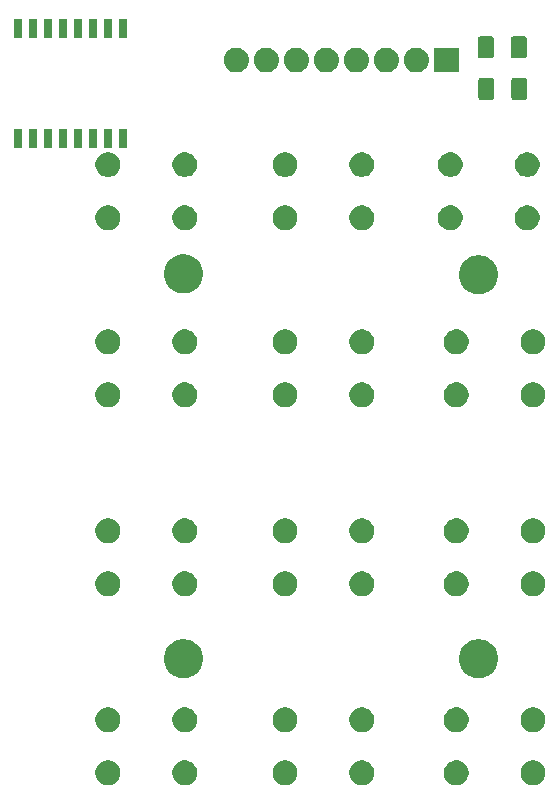
<source format=gbr>
G04 #@! TF.GenerationSoftware,KiCad,Pcbnew,5.0.2+dfsg1-1*
G04 #@! TF.CreationDate,2021-09-16T10:52:53+05:30*
G04 #@! TF.ProjectId,KEYBORD_PCB_V1,4b455942-4f52-4445-9f50-43425f56312e,rev?*
G04 #@! TF.SameCoordinates,Original*
G04 #@! TF.FileFunction,Soldermask,Bot*
G04 #@! TF.FilePolarity,Negative*
%FSLAX46Y46*%
G04 Gerber Fmt 4.6, Leading zero omitted, Abs format (unit mm)*
G04 Created by KiCad (PCBNEW 5.0.2+dfsg1-1) date Thu 16 Sep 2021 10:52:53 AM IST*
%MOMM*%
%LPD*%
G01*
G04 APERTURE LIST*
%ADD10C,0.100000*%
G04 APERTURE END LIST*
D10*
G36*
X113306565Y-99489389D02*
X113497834Y-99568615D01*
X113669976Y-99683637D01*
X113816363Y-99830024D01*
X113931385Y-100002166D01*
X114010611Y-100193435D01*
X114051000Y-100396484D01*
X114051000Y-100603516D01*
X114010611Y-100806565D01*
X113931385Y-100997834D01*
X113816363Y-101169976D01*
X113669976Y-101316363D01*
X113497834Y-101431385D01*
X113306565Y-101510611D01*
X113103516Y-101551000D01*
X112896484Y-101551000D01*
X112693435Y-101510611D01*
X112502166Y-101431385D01*
X112330024Y-101316363D01*
X112183637Y-101169976D01*
X112068615Y-100997834D01*
X111989389Y-100806565D01*
X111949000Y-100603516D01*
X111949000Y-100396484D01*
X111989389Y-100193435D01*
X112068615Y-100002166D01*
X112183637Y-99830024D01*
X112330024Y-99683637D01*
X112502166Y-99568615D01*
X112693435Y-99489389D01*
X112896484Y-99449000D01*
X113103516Y-99449000D01*
X113306565Y-99489389D01*
X113306565Y-99489389D01*
G37*
G36*
X92306565Y-99489389D02*
X92497834Y-99568615D01*
X92669976Y-99683637D01*
X92816363Y-99830024D01*
X92931385Y-100002166D01*
X93010611Y-100193435D01*
X93051000Y-100396484D01*
X93051000Y-100603516D01*
X93010611Y-100806565D01*
X92931385Y-100997834D01*
X92816363Y-101169976D01*
X92669976Y-101316363D01*
X92497834Y-101431385D01*
X92306565Y-101510611D01*
X92103516Y-101551000D01*
X91896484Y-101551000D01*
X91693435Y-101510611D01*
X91502166Y-101431385D01*
X91330024Y-101316363D01*
X91183637Y-101169976D01*
X91068615Y-100997834D01*
X90989389Y-100806565D01*
X90949000Y-100603516D01*
X90949000Y-100396484D01*
X90989389Y-100193435D01*
X91068615Y-100002166D01*
X91183637Y-99830024D01*
X91330024Y-99683637D01*
X91502166Y-99568615D01*
X91693435Y-99489389D01*
X91896484Y-99449000D01*
X92103516Y-99449000D01*
X92306565Y-99489389D01*
X92306565Y-99489389D01*
G37*
G36*
X98806565Y-99489389D02*
X98997834Y-99568615D01*
X99169976Y-99683637D01*
X99316363Y-99830024D01*
X99431385Y-100002166D01*
X99510611Y-100193435D01*
X99551000Y-100396484D01*
X99551000Y-100603516D01*
X99510611Y-100806565D01*
X99431385Y-100997834D01*
X99316363Y-101169976D01*
X99169976Y-101316363D01*
X98997834Y-101431385D01*
X98806565Y-101510611D01*
X98603516Y-101551000D01*
X98396484Y-101551000D01*
X98193435Y-101510611D01*
X98002166Y-101431385D01*
X97830024Y-101316363D01*
X97683637Y-101169976D01*
X97568615Y-100997834D01*
X97489389Y-100806565D01*
X97449000Y-100603516D01*
X97449000Y-100396484D01*
X97489389Y-100193435D01*
X97568615Y-100002166D01*
X97683637Y-99830024D01*
X97830024Y-99683637D01*
X98002166Y-99568615D01*
X98193435Y-99489389D01*
X98396484Y-99449000D01*
X98603516Y-99449000D01*
X98806565Y-99489389D01*
X98806565Y-99489389D01*
G37*
G36*
X83806565Y-99489389D02*
X83997834Y-99568615D01*
X84169976Y-99683637D01*
X84316363Y-99830024D01*
X84431385Y-100002166D01*
X84510611Y-100193435D01*
X84551000Y-100396484D01*
X84551000Y-100603516D01*
X84510611Y-100806565D01*
X84431385Y-100997834D01*
X84316363Y-101169976D01*
X84169976Y-101316363D01*
X83997834Y-101431385D01*
X83806565Y-101510611D01*
X83603516Y-101551000D01*
X83396484Y-101551000D01*
X83193435Y-101510611D01*
X83002166Y-101431385D01*
X82830024Y-101316363D01*
X82683637Y-101169976D01*
X82568615Y-100997834D01*
X82489389Y-100806565D01*
X82449000Y-100603516D01*
X82449000Y-100396484D01*
X82489389Y-100193435D01*
X82568615Y-100002166D01*
X82683637Y-99830024D01*
X82830024Y-99683637D01*
X83002166Y-99568615D01*
X83193435Y-99489389D01*
X83396484Y-99449000D01*
X83603516Y-99449000D01*
X83806565Y-99489389D01*
X83806565Y-99489389D01*
G37*
G36*
X77306565Y-99489389D02*
X77497834Y-99568615D01*
X77669976Y-99683637D01*
X77816363Y-99830024D01*
X77931385Y-100002166D01*
X78010611Y-100193435D01*
X78051000Y-100396484D01*
X78051000Y-100603516D01*
X78010611Y-100806565D01*
X77931385Y-100997834D01*
X77816363Y-101169976D01*
X77669976Y-101316363D01*
X77497834Y-101431385D01*
X77306565Y-101510611D01*
X77103516Y-101551000D01*
X76896484Y-101551000D01*
X76693435Y-101510611D01*
X76502166Y-101431385D01*
X76330024Y-101316363D01*
X76183637Y-101169976D01*
X76068615Y-100997834D01*
X75989389Y-100806565D01*
X75949000Y-100603516D01*
X75949000Y-100396484D01*
X75989389Y-100193435D01*
X76068615Y-100002166D01*
X76183637Y-99830024D01*
X76330024Y-99683637D01*
X76502166Y-99568615D01*
X76693435Y-99489389D01*
X76896484Y-99449000D01*
X77103516Y-99449000D01*
X77306565Y-99489389D01*
X77306565Y-99489389D01*
G37*
G36*
X106806565Y-99489389D02*
X106997834Y-99568615D01*
X107169976Y-99683637D01*
X107316363Y-99830024D01*
X107431385Y-100002166D01*
X107510611Y-100193435D01*
X107551000Y-100396484D01*
X107551000Y-100603516D01*
X107510611Y-100806565D01*
X107431385Y-100997834D01*
X107316363Y-101169976D01*
X107169976Y-101316363D01*
X106997834Y-101431385D01*
X106806565Y-101510611D01*
X106603516Y-101551000D01*
X106396484Y-101551000D01*
X106193435Y-101510611D01*
X106002166Y-101431385D01*
X105830024Y-101316363D01*
X105683637Y-101169976D01*
X105568615Y-100997834D01*
X105489389Y-100806565D01*
X105449000Y-100603516D01*
X105449000Y-100396484D01*
X105489389Y-100193435D01*
X105568615Y-100002166D01*
X105683637Y-99830024D01*
X105830024Y-99683637D01*
X106002166Y-99568615D01*
X106193435Y-99489389D01*
X106396484Y-99449000D01*
X106603516Y-99449000D01*
X106806565Y-99489389D01*
X106806565Y-99489389D01*
G37*
G36*
X77306565Y-94989389D02*
X77497834Y-95068615D01*
X77669976Y-95183637D01*
X77816363Y-95330024D01*
X77931385Y-95502166D01*
X78010611Y-95693435D01*
X78051000Y-95896484D01*
X78051000Y-96103516D01*
X78010611Y-96306565D01*
X77931385Y-96497834D01*
X77816363Y-96669976D01*
X77669976Y-96816363D01*
X77497834Y-96931385D01*
X77306565Y-97010611D01*
X77103516Y-97051000D01*
X76896484Y-97051000D01*
X76693435Y-97010611D01*
X76502166Y-96931385D01*
X76330024Y-96816363D01*
X76183637Y-96669976D01*
X76068615Y-96497834D01*
X75989389Y-96306565D01*
X75949000Y-96103516D01*
X75949000Y-95896484D01*
X75989389Y-95693435D01*
X76068615Y-95502166D01*
X76183637Y-95330024D01*
X76330024Y-95183637D01*
X76502166Y-95068615D01*
X76693435Y-94989389D01*
X76896484Y-94949000D01*
X77103516Y-94949000D01*
X77306565Y-94989389D01*
X77306565Y-94989389D01*
G37*
G36*
X83806565Y-94989389D02*
X83997834Y-95068615D01*
X84169976Y-95183637D01*
X84316363Y-95330024D01*
X84431385Y-95502166D01*
X84510611Y-95693435D01*
X84551000Y-95896484D01*
X84551000Y-96103516D01*
X84510611Y-96306565D01*
X84431385Y-96497834D01*
X84316363Y-96669976D01*
X84169976Y-96816363D01*
X83997834Y-96931385D01*
X83806565Y-97010611D01*
X83603516Y-97051000D01*
X83396484Y-97051000D01*
X83193435Y-97010611D01*
X83002166Y-96931385D01*
X82830024Y-96816363D01*
X82683637Y-96669976D01*
X82568615Y-96497834D01*
X82489389Y-96306565D01*
X82449000Y-96103516D01*
X82449000Y-95896484D01*
X82489389Y-95693435D01*
X82568615Y-95502166D01*
X82683637Y-95330024D01*
X82830024Y-95183637D01*
X83002166Y-95068615D01*
X83193435Y-94989389D01*
X83396484Y-94949000D01*
X83603516Y-94949000D01*
X83806565Y-94989389D01*
X83806565Y-94989389D01*
G37*
G36*
X92306565Y-94989389D02*
X92497834Y-95068615D01*
X92669976Y-95183637D01*
X92816363Y-95330024D01*
X92931385Y-95502166D01*
X93010611Y-95693435D01*
X93051000Y-95896484D01*
X93051000Y-96103516D01*
X93010611Y-96306565D01*
X92931385Y-96497834D01*
X92816363Y-96669976D01*
X92669976Y-96816363D01*
X92497834Y-96931385D01*
X92306565Y-97010611D01*
X92103516Y-97051000D01*
X91896484Y-97051000D01*
X91693435Y-97010611D01*
X91502166Y-96931385D01*
X91330024Y-96816363D01*
X91183637Y-96669976D01*
X91068615Y-96497834D01*
X90989389Y-96306565D01*
X90949000Y-96103516D01*
X90949000Y-95896484D01*
X90989389Y-95693435D01*
X91068615Y-95502166D01*
X91183637Y-95330024D01*
X91330024Y-95183637D01*
X91502166Y-95068615D01*
X91693435Y-94989389D01*
X91896484Y-94949000D01*
X92103516Y-94949000D01*
X92306565Y-94989389D01*
X92306565Y-94989389D01*
G37*
G36*
X113306565Y-94989389D02*
X113497834Y-95068615D01*
X113669976Y-95183637D01*
X113816363Y-95330024D01*
X113931385Y-95502166D01*
X114010611Y-95693435D01*
X114051000Y-95896484D01*
X114051000Y-96103516D01*
X114010611Y-96306565D01*
X113931385Y-96497834D01*
X113816363Y-96669976D01*
X113669976Y-96816363D01*
X113497834Y-96931385D01*
X113306565Y-97010611D01*
X113103516Y-97051000D01*
X112896484Y-97051000D01*
X112693435Y-97010611D01*
X112502166Y-96931385D01*
X112330024Y-96816363D01*
X112183637Y-96669976D01*
X112068615Y-96497834D01*
X111989389Y-96306565D01*
X111949000Y-96103516D01*
X111949000Y-95896484D01*
X111989389Y-95693435D01*
X112068615Y-95502166D01*
X112183637Y-95330024D01*
X112330024Y-95183637D01*
X112502166Y-95068615D01*
X112693435Y-94989389D01*
X112896484Y-94949000D01*
X113103516Y-94949000D01*
X113306565Y-94989389D01*
X113306565Y-94989389D01*
G37*
G36*
X106806565Y-94989389D02*
X106997834Y-95068615D01*
X107169976Y-95183637D01*
X107316363Y-95330024D01*
X107431385Y-95502166D01*
X107510611Y-95693435D01*
X107551000Y-95896484D01*
X107551000Y-96103516D01*
X107510611Y-96306565D01*
X107431385Y-96497834D01*
X107316363Y-96669976D01*
X107169976Y-96816363D01*
X106997834Y-96931385D01*
X106806565Y-97010611D01*
X106603516Y-97051000D01*
X106396484Y-97051000D01*
X106193435Y-97010611D01*
X106002166Y-96931385D01*
X105830024Y-96816363D01*
X105683637Y-96669976D01*
X105568615Y-96497834D01*
X105489389Y-96306565D01*
X105449000Y-96103516D01*
X105449000Y-95896484D01*
X105489389Y-95693435D01*
X105568615Y-95502166D01*
X105683637Y-95330024D01*
X105830024Y-95183637D01*
X106002166Y-95068615D01*
X106193435Y-94989389D01*
X106396484Y-94949000D01*
X106603516Y-94949000D01*
X106806565Y-94989389D01*
X106806565Y-94989389D01*
G37*
G36*
X98806565Y-94989389D02*
X98997834Y-95068615D01*
X99169976Y-95183637D01*
X99316363Y-95330024D01*
X99431385Y-95502166D01*
X99510611Y-95693435D01*
X99551000Y-95896484D01*
X99551000Y-96103516D01*
X99510611Y-96306565D01*
X99431385Y-96497834D01*
X99316363Y-96669976D01*
X99169976Y-96816363D01*
X98997834Y-96931385D01*
X98806565Y-97010611D01*
X98603516Y-97051000D01*
X98396484Y-97051000D01*
X98193435Y-97010611D01*
X98002166Y-96931385D01*
X97830024Y-96816363D01*
X97683637Y-96669976D01*
X97568615Y-96497834D01*
X97489389Y-96306565D01*
X97449000Y-96103516D01*
X97449000Y-95896484D01*
X97489389Y-95693435D01*
X97568615Y-95502166D01*
X97683637Y-95330024D01*
X97830024Y-95183637D01*
X98002166Y-95068615D01*
X98193435Y-94989389D01*
X98396484Y-94949000D01*
X98603516Y-94949000D01*
X98806565Y-94989389D01*
X98806565Y-94989389D01*
G37*
G36*
X83765256Y-89231298D02*
X83871579Y-89252447D01*
X84172042Y-89376903D01*
X84438852Y-89555180D01*
X84442454Y-89557587D01*
X84672413Y-89787546D01*
X84853098Y-90057960D01*
X84977553Y-90358422D01*
X85041000Y-90677389D01*
X85041000Y-91002611D01*
X84977553Y-91321578D01*
X84853098Y-91622040D01*
X84672413Y-91892454D01*
X84442454Y-92122413D01*
X84442451Y-92122415D01*
X84172042Y-92303097D01*
X83871579Y-92427553D01*
X83765256Y-92448702D01*
X83552611Y-92491000D01*
X83227389Y-92491000D01*
X83014744Y-92448702D01*
X82908421Y-92427553D01*
X82607958Y-92303097D01*
X82337549Y-92122415D01*
X82337546Y-92122413D01*
X82107587Y-91892454D01*
X81926902Y-91622040D01*
X81802447Y-91321578D01*
X81739000Y-91002611D01*
X81739000Y-90677389D01*
X81802447Y-90358422D01*
X81926902Y-90057960D01*
X82107587Y-89787546D01*
X82337546Y-89557587D01*
X82341148Y-89555180D01*
X82607958Y-89376903D01*
X82908421Y-89252447D01*
X83014744Y-89231298D01*
X83227389Y-89189000D01*
X83552611Y-89189000D01*
X83765256Y-89231298D01*
X83765256Y-89231298D01*
G37*
G36*
X108755256Y-89231298D02*
X108861579Y-89252447D01*
X109162042Y-89376903D01*
X109428852Y-89555180D01*
X109432454Y-89557587D01*
X109662413Y-89787546D01*
X109843098Y-90057960D01*
X109967553Y-90358422D01*
X110031000Y-90677389D01*
X110031000Y-91002611D01*
X109967553Y-91321578D01*
X109843098Y-91622040D01*
X109662413Y-91892454D01*
X109432454Y-92122413D01*
X109432451Y-92122415D01*
X109162042Y-92303097D01*
X108861579Y-92427553D01*
X108755256Y-92448702D01*
X108542611Y-92491000D01*
X108217389Y-92491000D01*
X108004744Y-92448702D01*
X107898421Y-92427553D01*
X107597958Y-92303097D01*
X107327549Y-92122415D01*
X107327546Y-92122413D01*
X107097587Y-91892454D01*
X106916902Y-91622040D01*
X106792447Y-91321578D01*
X106729000Y-91002611D01*
X106729000Y-90677389D01*
X106792447Y-90358422D01*
X106916902Y-90057960D01*
X107097587Y-89787546D01*
X107327546Y-89557587D01*
X107331148Y-89555180D01*
X107597958Y-89376903D01*
X107898421Y-89252447D01*
X108004744Y-89231298D01*
X108217389Y-89189000D01*
X108542611Y-89189000D01*
X108755256Y-89231298D01*
X108755256Y-89231298D01*
G37*
G36*
X106806565Y-83489389D02*
X106997834Y-83568615D01*
X107169976Y-83683637D01*
X107316363Y-83830024D01*
X107431385Y-84002166D01*
X107510611Y-84193435D01*
X107551000Y-84396484D01*
X107551000Y-84603516D01*
X107510611Y-84806565D01*
X107431385Y-84997834D01*
X107316363Y-85169976D01*
X107169976Y-85316363D01*
X106997834Y-85431385D01*
X106806565Y-85510611D01*
X106603516Y-85551000D01*
X106396484Y-85551000D01*
X106193435Y-85510611D01*
X106002166Y-85431385D01*
X105830024Y-85316363D01*
X105683637Y-85169976D01*
X105568615Y-84997834D01*
X105489389Y-84806565D01*
X105449000Y-84603516D01*
X105449000Y-84396484D01*
X105489389Y-84193435D01*
X105568615Y-84002166D01*
X105683637Y-83830024D01*
X105830024Y-83683637D01*
X106002166Y-83568615D01*
X106193435Y-83489389D01*
X106396484Y-83449000D01*
X106603516Y-83449000D01*
X106806565Y-83489389D01*
X106806565Y-83489389D01*
G37*
G36*
X113306565Y-83489389D02*
X113497834Y-83568615D01*
X113669976Y-83683637D01*
X113816363Y-83830024D01*
X113931385Y-84002166D01*
X114010611Y-84193435D01*
X114051000Y-84396484D01*
X114051000Y-84603516D01*
X114010611Y-84806565D01*
X113931385Y-84997834D01*
X113816363Y-85169976D01*
X113669976Y-85316363D01*
X113497834Y-85431385D01*
X113306565Y-85510611D01*
X113103516Y-85551000D01*
X112896484Y-85551000D01*
X112693435Y-85510611D01*
X112502166Y-85431385D01*
X112330024Y-85316363D01*
X112183637Y-85169976D01*
X112068615Y-84997834D01*
X111989389Y-84806565D01*
X111949000Y-84603516D01*
X111949000Y-84396484D01*
X111989389Y-84193435D01*
X112068615Y-84002166D01*
X112183637Y-83830024D01*
X112330024Y-83683637D01*
X112502166Y-83568615D01*
X112693435Y-83489389D01*
X112896484Y-83449000D01*
X113103516Y-83449000D01*
X113306565Y-83489389D01*
X113306565Y-83489389D01*
G37*
G36*
X98806565Y-83489389D02*
X98997834Y-83568615D01*
X99169976Y-83683637D01*
X99316363Y-83830024D01*
X99431385Y-84002166D01*
X99510611Y-84193435D01*
X99551000Y-84396484D01*
X99551000Y-84603516D01*
X99510611Y-84806565D01*
X99431385Y-84997834D01*
X99316363Y-85169976D01*
X99169976Y-85316363D01*
X98997834Y-85431385D01*
X98806565Y-85510611D01*
X98603516Y-85551000D01*
X98396484Y-85551000D01*
X98193435Y-85510611D01*
X98002166Y-85431385D01*
X97830024Y-85316363D01*
X97683637Y-85169976D01*
X97568615Y-84997834D01*
X97489389Y-84806565D01*
X97449000Y-84603516D01*
X97449000Y-84396484D01*
X97489389Y-84193435D01*
X97568615Y-84002166D01*
X97683637Y-83830024D01*
X97830024Y-83683637D01*
X98002166Y-83568615D01*
X98193435Y-83489389D01*
X98396484Y-83449000D01*
X98603516Y-83449000D01*
X98806565Y-83489389D01*
X98806565Y-83489389D01*
G37*
G36*
X92306565Y-83489389D02*
X92497834Y-83568615D01*
X92669976Y-83683637D01*
X92816363Y-83830024D01*
X92931385Y-84002166D01*
X93010611Y-84193435D01*
X93051000Y-84396484D01*
X93051000Y-84603516D01*
X93010611Y-84806565D01*
X92931385Y-84997834D01*
X92816363Y-85169976D01*
X92669976Y-85316363D01*
X92497834Y-85431385D01*
X92306565Y-85510611D01*
X92103516Y-85551000D01*
X91896484Y-85551000D01*
X91693435Y-85510611D01*
X91502166Y-85431385D01*
X91330024Y-85316363D01*
X91183637Y-85169976D01*
X91068615Y-84997834D01*
X90989389Y-84806565D01*
X90949000Y-84603516D01*
X90949000Y-84396484D01*
X90989389Y-84193435D01*
X91068615Y-84002166D01*
X91183637Y-83830024D01*
X91330024Y-83683637D01*
X91502166Y-83568615D01*
X91693435Y-83489389D01*
X91896484Y-83449000D01*
X92103516Y-83449000D01*
X92306565Y-83489389D01*
X92306565Y-83489389D01*
G37*
G36*
X83806565Y-83489389D02*
X83997834Y-83568615D01*
X84169976Y-83683637D01*
X84316363Y-83830024D01*
X84431385Y-84002166D01*
X84510611Y-84193435D01*
X84551000Y-84396484D01*
X84551000Y-84603516D01*
X84510611Y-84806565D01*
X84431385Y-84997834D01*
X84316363Y-85169976D01*
X84169976Y-85316363D01*
X83997834Y-85431385D01*
X83806565Y-85510611D01*
X83603516Y-85551000D01*
X83396484Y-85551000D01*
X83193435Y-85510611D01*
X83002166Y-85431385D01*
X82830024Y-85316363D01*
X82683637Y-85169976D01*
X82568615Y-84997834D01*
X82489389Y-84806565D01*
X82449000Y-84603516D01*
X82449000Y-84396484D01*
X82489389Y-84193435D01*
X82568615Y-84002166D01*
X82683637Y-83830024D01*
X82830024Y-83683637D01*
X83002166Y-83568615D01*
X83193435Y-83489389D01*
X83396484Y-83449000D01*
X83603516Y-83449000D01*
X83806565Y-83489389D01*
X83806565Y-83489389D01*
G37*
G36*
X77306565Y-83489389D02*
X77497834Y-83568615D01*
X77669976Y-83683637D01*
X77816363Y-83830024D01*
X77931385Y-84002166D01*
X78010611Y-84193435D01*
X78051000Y-84396484D01*
X78051000Y-84603516D01*
X78010611Y-84806565D01*
X77931385Y-84997834D01*
X77816363Y-85169976D01*
X77669976Y-85316363D01*
X77497834Y-85431385D01*
X77306565Y-85510611D01*
X77103516Y-85551000D01*
X76896484Y-85551000D01*
X76693435Y-85510611D01*
X76502166Y-85431385D01*
X76330024Y-85316363D01*
X76183637Y-85169976D01*
X76068615Y-84997834D01*
X75989389Y-84806565D01*
X75949000Y-84603516D01*
X75949000Y-84396484D01*
X75989389Y-84193435D01*
X76068615Y-84002166D01*
X76183637Y-83830024D01*
X76330024Y-83683637D01*
X76502166Y-83568615D01*
X76693435Y-83489389D01*
X76896484Y-83449000D01*
X77103516Y-83449000D01*
X77306565Y-83489389D01*
X77306565Y-83489389D01*
G37*
G36*
X113306565Y-78989389D02*
X113497834Y-79068615D01*
X113669976Y-79183637D01*
X113816363Y-79330024D01*
X113931385Y-79502166D01*
X114010611Y-79693435D01*
X114051000Y-79896484D01*
X114051000Y-80103516D01*
X114010611Y-80306565D01*
X113931385Y-80497834D01*
X113816363Y-80669976D01*
X113669976Y-80816363D01*
X113497834Y-80931385D01*
X113306565Y-81010611D01*
X113103516Y-81051000D01*
X112896484Y-81051000D01*
X112693435Y-81010611D01*
X112502166Y-80931385D01*
X112330024Y-80816363D01*
X112183637Y-80669976D01*
X112068615Y-80497834D01*
X111989389Y-80306565D01*
X111949000Y-80103516D01*
X111949000Y-79896484D01*
X111989389Y-79693435D01*
X112068615Y-79502166D01*
X112183637Y-79330024D01*
X112330024Y-79183637D01*
X112502166Y-79068615D01*
X112693435Y-78989389D01*
X112896484Y-78949000D01*
X113103516Y-78949000D01*
X113306565Y-78989389D01*
X113306565Y-78989389D01*
G37*
G36*
X98806565Y-78989389D02*
X98997834Y-79068615D01*
X99169976Y-79183637D01*
X99316363Y-79330024D01*
X99431385Y-79502166D01*
X99510611Y-79693435D01*
X99551000Y-79896484D01*
X99551000Y-80103516D01*
X99510611Y-80306565D01*
X99431385Y-80497834D01*
X99316363Y-80669976D01*
X99169976Y-80816363D01*
X98997834Y-80931385D01*
X98806565Y-81010611D01*
X98603516Y-81051000D01*
X98396484Y-81051000D01*
X98193435Y-81010611D01*
X98002166Y-80931385D01*
X97830024Y-80816363D01*
X97683637Y-80669976D01*
X97568615Y-80497834D01*
X97489389Y-80306565D01*
X97449000Y-80103516D01*
X97449000Y-79896484D01*
X97489389Y-79693435D01*
X97568615Y-79502166D01*
X97683637Y-79330024D01*
X97830024Y-79183637D01*
X98002166Y-79068615D01*
X98193435Y-78989389D01*
X98396484Y-78949000D01*
X98603516Y-78949000D01*
X98806565Y-78989389D01*
X98806565Y-78989389D01*
G37*
G36*
X92306565Y-78989389D02*
X92497834Y-79068615D01*
X92669976Y-79183637D01*
X92816363Y-79330024D01*
X92931385Y-79502166D01*
X93010611Y-79693435D01*
X93051000Y-79896484D01*
X93051000Y-80103516D01*
X93010611Y-80306565D01*
X92931385Y-80497834D01*
X92816363Y-80669976D01*
X92669976Y-80816363D01*
X92497834Y-80931385D01*
X92306565Y-81010611D01*
X92103516Y-81051000D01*
X91896484Y-81051000D01*
X91693435Y-81010611D01*
X91502166Y-80931385D01*
X91330024Y-80816363D01*
X91183637Y-80669976D01*
X91068615Y-80497834D01*
X90989389Y-80306565D01*
X90949000Y-80103516D01*
X90949000Y-79896484D01*
X90989389Y-79693435D01*
X91068615Y-79502166D01*
X91183637Y-79330024D01*
X91330024Y-79183637D01*
X91502166Y-79068615D01*
X91693435Y-78989389D01*
X91896484Y-78949000D01*
X92103516Y-78949000D01*
X92306565Y-78989389D01*
X92306565Y-78989389D01*
G37*
G36*
X83806565Y-78989389D02*
X83997834Y-79068615D01*
X84169976Y-79183637D01*
X84316363Y-79330024D01*
X84431385Y-79502166D01*
X84510611Y-79693435D01*
X84551000Y-79896484D01*
X84551000Y-80103516D01*
X84510611Y-80306565D01*
X84431385Y-80497834D01*
X84316363Y-80669976D01*
X84169976Y-80816363D01*
X83997834Y-80931385D01*
X83806565Y-81010611D01*
X83603516Y-81051000D01*
X83396484Y-81051000D01*
X83193435Y-81010611D01*
X83002166Y-80931385D01*
X82830024Y-80816363D01*
X82683637Y-80669976D01*
X82568615Y-80497834D01*
X82489389Y-80306565D01*
X82449000Y-80103516D01*
X82449000Y-79896484D01*
X82489389Y-79693435D01*
X82568615Y-79502166D01*
X82683637Y-79330024D01*
X82830024Y-79183637D01*
X83002166Y-79068615D01*
X83193435Y-78989389D01*
X83396484Y-78949000D01*
X83603516Y-78949000D01*
X83806565Y-78989389D01*
X83806565Y-78989389D01*
G37*
G36*
X106806565Y-78989389D02*
X106997834Y-79068615D01*
X107169976Y-79183637D01*
X107316363Y-79330024D01*
X107431385Y-79502166D01*
X107510611Y-79693435D01*
X107551000Y-79896484D01*
X107551000Y-80103516D01*
X107510611Y-80306565D01*
X107431385Y-80497834D01*
X107316363Y-80669976D01*
X107169976Y-80816363D01*
X106997834Y-80931385D01*
X106806565Y-81010611D01*
X106603516Y-81051000D01*
X106396484Y-81051000D01*
X106193435Y-81010611D01*
X106002166Y-80931385D01*
X105830024Y-80816363D01*
X105683637Y-80669976D01*
X105568615Y-80497834D01*
X105489389Y-80306565D01*
X105449000Y-80103516D01*
X105449000Y-79896484D01*
X105489389Y-79693435D01*
X105568615Y-79502166D01*
X105683637Y-79330024D01*
X105830024Y-79183637D01*
X106002166Y-79068615D01*
X106193435Y-78989389D01*
X106396484Y-78949000D01*
X106603516Y-78949000D01*
X106806565Y-78989389D01*
X106806565Y-78989389D01*
G37*
G36*
X77306565Y-78989389D02*
X77497834Y-79068615D01*
X77669976Y-79183637D01*
X77816363Y-79330024D01*
X77931385Y-79502166D01*
X78010611Y-79693435D01*
X78051000Y-79896484D01*
X78051000Y-80103516D01*
X78010611Y-80306565D01*
X77931385Y-80497834D01*
X77816363Y-80669976D01*
X77669976Y-80816363D01*
X77497834Y-80931385D01*
X77306565Y-81010611D01*
X77103516Y-81051000D01*
X76896484Y-81051000D01*
X76693435Y-81010611D01*
X76502166Y-80931385D01*
X76330024Y-80816363D01*
X76183637Y-80669976D01*
X76068615Y-80497834D01*
X75989389Y-80306565D01*
X75949000Y-80103516D01*
X75949000Y-79896484D01*
X75989389Y-79693435D01*
X76068615Y-79502166D01*
X76183637Y-79330024D01*
X76330024Y-79183637D01*
X76502166Y-79068615D01*
X76693435Y-78989389D01*
X76896484Y-78949000D01*
X77103516Y-78949000D01*
X77306565Y-78989389D01*
X77306565Y-78989389D01*
G37*
G36*
X83806565Y-67489389D02*
X83997834Y-67568615D01*
X84169976Y-67683637D01*
X84316363Y-67830024D01*
X84431385Y-68002166D01*
X84510611Y-68193435D01*
X84551000Y-68396484D01*
X84551000Y-68603516D01*
X84510611Y-68806565D01*
X84431385Y-68997834D01*
X84316363Y-69169976D01*
X84169976Y-69316363D01*
X83997834Y-69431385D01*
X83806565Y-69510611D01*
X83603516Y-69551000D01*
X83396484Y-69551000D01*
X83193435Y-69510611D01*
X83002166Y-69431385D01*
X82830024Y-69316363D01*
X82683637Y-69169976D01*
X82568615Y-68997834D01*
X82489389Y-68806565D01*
X82449000Y-68603516D01*
X82449000Y-68396484D01*
X82489389Y-68193435D01*
X82568615Y-68002166D01*
X82683637Y-67830024D01*
X82830024Y-67683637D01*
X83002166Y-67568615D01*
X83193435Y-67489389D01*
X83396484Y-67449000D01*
X83603516Y-67449000D01*
X83806565Y-67489389D01*
X83806565Y-67489389D01*
G37*
G36*
X92306565Y-67489389D02*
X92497834Y-67568615D01*
X92669976Y-67683637D01*
X92816363Y-67830024D01*
X92931385Y-68002166D01*
X93010611Y-68193435D01*
X93051000Y-68396484D01*
X93051000Y-68603516D01*
X93010611Y-68806565D01*
X92931385Y-68997834D01*
X92816363Y-69169976D01*
X92669976Y-69316363D01*
X92497834Y-69431385D01*
X92306565Y-69510611D01*
X92103516Y-69551000D01*
X91896484Y-69551000D01*
X91693435Y-69510611D01*
X91502166Y-69431385D01*
X91330024Y-69316363D01*
X91183637Y-69169976D01*
X91068615Y-68997834D01*
X90989389Y-68806565D01*
X90949000Y-68603516D01*
X90949000Y-68396484D01*
X90989389Y-68193435D01*
X91068615Y-68002166D01*
X91183637Y-67830024D01*
X91330024Y-67683637D01*
X91502166Y-67568615D01*
X91693435Y-67489389D01*
X91896484Y-67449000D01*
X92103516Y-67449000D01*
X92306565Y-67489389D01*
X92306565Y-67489389D01*
G37*
G36*
X98806565Y-67489389D02*
X98997834Y-67568615D01*
X99169976Y-67683637D01*
X99316363Y-67830024D01*
X99431385Y-68002166D01*
X99510611Y-68193435D01*
X99551000Y-68396484D01*
X99551000Y-68603516D01*
X99510611Y-68806565D01*
X99431385Y-68997834D01*
X99316363Y-69169976D01*
X99169976Y-69316363D01*
X98997834Y-69431385D01*
X98806565Y-69510611D01*
X98603516Y-69551000D01*
X98396484Y-69551000D01*
X98193435Y-69510611D01*
X98002166Y-69431385D01*
X97830024Y-69316363D01*
X97683637Y-69169976D01*
X97568615Y-68997834D01*
X97489389Y-68806565D01*
X97449000Y-68603516D01*
X97449000Y-68396484D01*
X97489389Y-68193435D01*
X97568615Y-68002166D01*
X97683637Y-67830024D01*
X97830024Y-67683637D01*
X98002166Y-67568615D01*
X98193435Y-67489389D01*
X98396484Y-67449000D01*
X98603516Y-67449000D01*
X98806565Y-67489389D01*
X98806565Y-67489389D01*
G37*
G36*
X77306565Y-67489389D02*
X77497834Y-67568615D01*
X77669976Y-67683637D01*
X77816363Y-67830024D01*
X77931385Y-68002166D01*
X78010611Y-68193435D01*
X78051000Y-68396484D01*
X78051000Y-68603516D01*
X78010611Y-68806565D01*
X77931385Y-68997834D01*
X77816363Y-69169976D01*
X77669976Y-69316363D01*
X77497834Y-69431385D01*
X77306565Y-69510611D01*
X77103516Y-69551000D01*
X76896484Y-69551000D01*
X76693435Y-69510611D01*
X76502166Y-69431385D01*
X76330024Y-69316363D01*
X76183637Y-69169976D01*
X76068615Y-68997834D01*
X75989389Y-68806565D01*
X75949000Y-68603516D01*
X75949000Y-68396484D01*
X75989389Y-68193435D01*
X76068615Y-68002166D01*
X76183637Y-67830024D01*
X76330024Y-67683637D01*
X76502166Y-67568615D01*
X76693435Y-67489389D01*
X76896484Y-67449000D01*
X77103516Y-67449000D01*
X77306565Y-67489389D01*
X77306565Y-67489389D01*
G37*
G36*
X106806565Y-67489389D02*
X106997834Y-67568615D01*
X107169976Y-67683637D01*
X107316363Y-67830024D01*
X107431385Y-68002166D01*
X107510611Y-68193435D01*
X107551000Y-68396484D01*
X107551000Y-68603516D01*
X107510611Y-68806565D01*
X107431385Y-68997834D01*
X107316363Y-69169976D01*
X107169976Y-69316363D01*
X106997834Y-69431385D01*
X106806565Y-69510611D01*
X106603516Y-69551000D01*
X106396484Y-69551000D01*
X106193435Y-69510611D01*
X106002166Y-69431385D01*
X105830024Y-69316363D01*
X105683637Y-69169976D01*
X105568615Y-68997834D01*
X105489389Y-68806565D01*
X105449000Y-68603516D01*
X105449000Y-68396484D01*
X105489389Y-68193435D01*
X105568615Y-68002166D01*
X105683637Y-67830024D01*
X105830024Y-67683637D01*
X106002166Y-67568615D01*
X106193435Y-67489389D01*
X106396484Y-67449000D01*
X106603516Y-67449000D01*
X106806565Y-67489389D01*
X106806565Y-67489389D01*
G37*
G36*
X113306565Y-67489389D02*
X113497834Y-67568615D01*
X113669976Y-67683637D01*
X113816363Y-67830024D01*
X113931385Y-68002166D01*
X114010611Y-68193435D01*
X114051000Y-68396484D01*
X114051000Y-68603516D01*
X114010611Y-68806565D01*
X113931385Y-68997834D01*
X113816363Y-69169976D01*
X113669976Y-69316363D01*
X113497834Y-69431385D01*
X113306565Y-69510611D01*
X113103516Y-69551000D01*
X112896484Y-69551000D01*
X112693435Y-69510611D01*
X112502166Y-69431385D01*
X112330024Y-69316363D01*
X112183637Y-69169976D01*
X112068615Y-68997834D01*
X111989389Y-68806565D01*
X111949000Y-68603516D01*
X111949000Y-68396484D01*
X111989389Y-68193435D01*
X112068615Y-68002166D01*
X112183637Y-67830024D01*
X112330024Y-67683637D01*
X112502166Y-67568615D01*
X112693435Y-67489389D01*
X112896484Y-67449000D01*
X113103516Y-67449000D01*
X113306565Y-67489389D01*
X113306565Y-67489389D01*
G37*
G36*
X92306565Y-62989389D02*
X92497834Y-63068615D01*
X92669976Y-63183637D01*
X92816363Y-63330024D01*
X92931385Y-63502166D01*
X93010611Y-63693435D01*
X93051000Y-63896484D01*
X93051000Y-64103516D01*
X93010611Y-64306565D01*
X92931385Y-64497834D01*
X92816363Y-64669976D01*
X92669976Y-64816363D01*
X92497834Y-64931385D01*
X92306565Y-65010611D01*
X92103516Y-65051000D01*
X91896484Y-65051000D01*
X91693435Y-65010611D01*
X91502166Y-64931385D01*
X91330024Y-64816363D01*
X91183637Y-64669976D01*
X91068615Y-64497834D01*
X90989389Y-64306565D01*
X90949000Y-64103516D01*
X90949000Y-63896484D01*
X90989389Y-63693435D01*
X91068615Y-63502166D01*
X91183637Y-63330024D01*
X91330024Y-63183637D01*
X91502166Y-63068615D01*
X91693435Y-62989389D01*
X91896484Y-62949000D01*
X92103516Y-62949000D01*
X92306565Y-62989389D01*
X92306565Y-62989389D01*
G37*
G36*
X113306565Y-62989389D02*
X113497834Y-63068615D01*
X113669976Y-63183637D01*
X113816363Y-63330024D01*
X113931385Y-63502166D01*
X114010611Y-63693435D01*
X114051000Y-63896484D01*
X114051000Y-64103516D01*
X114010611Y-64306565D01*
X113931385Y-64497834D01*
X113816363Y-64669976D01*
X113669976Y-64816363D01*
X113497834Y-64931385D01*
X113306565Y-65010611D01*
X113103516Y-65051000D01*
X112896484Y-65051000D01*
X112693435Y-65010611D01*
X112502166Y-64931385D01*
X112330024Y-64816363D01*
X112183637Y-64669976D01*
X112068615Y-64497834D01*
X111989389Y-64306565D01*
X111949000Y-64103516D01*
X111949000Y-63896484D01*
X111989389Y-63693435D01*
X112068615Y-63502166D01*
X112183637Y-63330024D01*
X112330024Y-63183637D01*
X112502166Y-63068615D01*
X112693435Y-62989389D01*
X112896484Y-62949000D01*
X113103516Y-62949000D01*
X113306565Y-62989389D01*
X113306565Y-62989389D01*
G37*
G36*
X106806565Y-62989389D02*
X106997834Y-63068615D01*
X107169976Y-63183637D01*
X107316363Y-63330024D01*
X107431385Y-63502166D01*
X107510611Y-63693435D01*
X107551000Y-63896484D01*
X107551000Y-64103516D01*
X107510611Y-64306565D01*
X107431385Y-64497834D01*
X107316363Y-64669976D01*
X107169976Y-64816363D01*
X106997834Y-64931385D01*
X106806565Y-65010611D01*
X106603516Y-65051000D01*
X106396484Y-65051000D01*
X106193435Y-65010611D01*
X106002166Y-64931385D01*
X105830024Y-64816363D01*
X105683637Y-64669976D01*
X105568615Y-64497834D01*
X105489389Y-64306565D01*
X105449000Y-64103516D01*
X105449000Y-63896484D01*
X105489389Y-63693435D01*
X105568615Y-63502166D01*
X105683637Y-63330024D01*
X105830024Y-63183637D01*
X106002166Y-63068615D01*
X106193435Y-62989389D01*
X106396484Y-62949000D01*
X106603516Y-62949000D01*
X106806565Y-62989389D01*
X106806565Y-62989389D01*
G37*
G36*
X83806565Y-62989389D02*
X83997834Y-63068615D01*
X84169976Y-63183637D01*
X84316363Y-63330024D01*
X84431385Y-63502166D01*
X84510611Y-63693435D01*
X84551000Y-63896484D01*
X84551000Y-64103516D01*
X84510611Y-64306565D01*
X84431385Y-64497834D01*
X84316363Y-64669976D01*
X84169976Y-64816363D01*
X83997834Y-64931385D01*
X83806565Y-65010611D01*
X83603516Y-65051000D01*
X83396484Y-65051000D01*
X83193435Y-65010611D01*
X83002166Y-64931385D01*
X82830024Y-64816363D01*
X82683637Y-64669976D01*
X82568615Y-64497834D01*
X82489389Y-64306565D01*
X82449000Y-64103516D01*
X82449000Y-63896484D01*
X82489389Y-63693435D01*
X82568615Y-63502166D01*
X82683637Y-63330024D01*
X82830024Y-63183637D01*
X83002166Y-63068615D01*
X83193435Y-62989389D01*
X83396484Y-62949000D01*
X83603516Y-62949000D01*
X83806565Y-62989389D01*
X83806565Y-62989389D01*
G37*
G36*
X98806565Y-62989389D02*
X98997834Y-63068615D01*
X99169976Y-63183637D01*
X99316363Y-63330024D01*
X99431385Y-63502166D01*
X99510611Y-63693435D01*
X99551000Y-63896484D01*
X99551000Y-64103516D01*
X99510611Y-64306565D01*
X99431385Y-64497834D01*
X99316363Y-64669976D01*
X99169976Y-64816363D01*
X98997834Y-64931385D01*
X98806565Y-65010611D01*
X98603516Y-65051000D01*
X98396484Y-65051000D01*
X98193435Y-65010611D01*
X98002166Y-64931385D01*
X97830024Y-64816363D01*
X97683637Y-64669976D01*
X97568615Y-64497834D01*
X97489389Y-64306565D01*
X97449000Y-64103516D01*
X97449000Y-63896484D01*
X97489389Y-63693435D01*
X97568615Y-63502166D01*
X97683637Y-63330024D01*
X97830024Y-63183637D01*
X98002166Y-63068615D01*
X98193435Y-62989389D01*
X98396484Y-62949000D01*
X98603516Y-62949000D01*
X98806565Y-62989389D01*
X98806565Y-62989389D01*
G37*
G36*
X77306565Y-62989389D02*
X77497834Y-63068615D01*
X77669976Y-63183637D01*
X77816363Y-63330024D01*
X77931385Y-63502166D01*
X78010611Y-63693435D01*
X78051000Y-63896484D01*
X78051000Y-64103516D01*
X78010611Y-64306565D01*
X77931385Y-64497834D01*
X77816363Y-64669976D01*
X77669976Y-64816363D01*
X77497834Y-64931385D01*
X77306565Y-65010611D01*
X77103516Y-65051000D01*
X76896484Y-65051000D01*
X76693435Y-65010611D01*
X76502166Y-64931385D01*
X76330024Y-64816363D01*
X76183637Y-64669976D01*
X76068615Y-64497834D01*
X75989389Y-64306565D01*
X75949000Y-64103516D01*
X75949000Y-63896484D01*
X75989389Y-63693435D01*
X76068615Y-63502166D01*
X76183637Y-63330024D01*
X76330024Y-63183637D01*
X76502166Y-63068615D01*
X76693435Y-62989389D01*
X76896484Y-62949000D01*
X77103516Y-62949000D01*
X77306565Y-62989389D01*
X77306565Y-62989389D01*
G37*
G36*
X108755256Y-56721298D02*
X108861579Y-56742447D01*
X109162042Y-56866903D01*
X109312723Y-56967585D01*
X109432454Y-57047587D01*
X109662413Y-57277546D01*
X109662415Y-57277549D01*
X109789643Y-57467958D01*
X109843098Y-57547960D01*
X109967553Y-57848422D01*
X110031000Y-58167389D01*
X110031000Y-58492611D01*
X109967553Y-58811578D01*
X109843098Y-59112040D01*
X109662413Y-59382454D01*
X109432454Y-59612413D01*
X109432451Y-59612415D01*
X109162042Y-59793097D01*
X108861579Y-59917553D01*
X108755256Y-59938702D01*
X108542611Y-59981000D01*
X108217389Y-59981000D01*
X108004744Y-59938702D01*
X107898421Y-59917553D01*
X107597958Y-59793097D01*
X107327549Y-59612415D01*
X107327546Y-59612413D01*
X107097587Y-59382454D01*
X106916902Y-59112040D01*
X106792447Y-58811578D01*
X106729000Y-58492611D01*
X106729000Y-58167389D01*
X106792447Y-57848422D01*
X106916902Y-57547960D01*
X106970358Y-57467958D01*
X107097585Y-57277549D01*
X107097587Y-57277546D01*
X107327546Y-57047587D01*
X107447277Y-56967585D01*
X107597958Y-56866903D01*
X107898421Y-56742447D01*
X108004744Y-56721298D01*
X108217389Y-56679000D01*
X108542611Y-56679000D01*
X108755256Y-56721298D01*
X108755256Y-56721298D01*
G37*
G36*
X83765256Y-56641298D02*
X83871579Y-56662447D01*
X84172042Y-56786903D01*
X84291770Y-56866903D01*
X84442454Y-56967587D01*
X84672413Y-57197546D01*
X84672415Y-57197549D01*
X84853097Y-57467958D01*
X84977553Y-57768421D01*
X85041000Y-58087391D01*
X85041000Y-58412609D01*
X84977553Y-58731579D01*
X84853097Y-59032042D01*
X84674820Y-59298852D01*
X84672413Y-59302454D01*
X84442454Y-59532413D01*
X84442451Y-59532415D01*
X84172042Y-59713097D01*
X83871579Y-59837553D01*
X83765256Y-59858702D01*
X83552611Y-59901000D01*
X83227389Y-59901000D01*
X83014744Y-59858702D01*
X82908421Y-59837553D01*
X82607958Y-59713097D01*
X82337549Y-59532415D01*
X82337546Y-59532413D01*
X82107587Y-59302454D01*
X82105180Y-59298852D01*
X81926903Y-59032042D01*
X81802447Y-58731579D01*
X81739000Y-58412609D01*
X81739000Y-58087391D01*
X81802447Y-57768421D01*
X81926903Y-57467958D01*
X82107585Y-57197549D01*
X82107587Y-57197546D01*
X82337546Y-56967587D01*
X82488230Y-56866903D01*
X82607958Y-56786903D01*
X82908421Y-56662447D01*
X83014744Y-56641298D01*
X83227389Y-56599000D01*
X83552611Y-56599000D01*
X83765256Y-56641298D01*
X83765256Y-56641298D01*
G37*
G36*
X92306565Y-52489389D02*
X92497834Y-52568615D01*
X92669976Y-52683637D01*
X92816363Y-52830024D01*
X92931385Y-53002166D01*
X93010611Y-53193435D01*
X93051000Y-53396484D01*
X93051000Y-53603516D01*
X93010611Y-53806565D01*
X92931385Y-53997834D01*
X92816363Y-54169976D01*
X92669976Y-54316363D01*
X92497834Y-54431385D01*
X92306565Y-54510611D01*
X92103516Y-54551000D01*
X91896484Y-54551000D01*
X91693435Y-54510611D01*
X91502166Y-54431385D01*
X91330024Y-54316363D01*
X91183637Y-54169976D01*
X91068615Y-53997834D01*
X90989389Y-53806565D01*
X90949000Y-53603516D01*
X90949000Y-53396484D01*
X90989389Y-53193435D01*
X91068615Y-53002166D01*
X91183637Y-52830024D01*
X91330024Y-52683637D01*
X91502166Y-52568615D01*
X91693435Y-52489389D01*
X91896484Y-52449000D01*
X92103516Y-52449000D01*
X92306565Y-52489389D01*
X92306565Y-52489389D01*
G37*
G36*
X98806565Y-52489389D02*
X98997834Y-52568615D01*
X99169976Y-52683637D01*
X99316363Y-52830024D01*
X99431385Y-53002166D01*
X99510611Y-53193435D01*
X99551000Y-53396484D01*
X99551000Y-53603516D01*
X99510611Y-53806565D01*
X99431385Y-53997834D01*
X99316363Y-54169976D01*
X99169976Y-54316363D01*
X98997834Y-54431385D01*
X98806565Y-54510611D01*
X98603516Y-54551000D01*
X98396484Y-54551000D01*
X98193435Y-54510611D01*
X98002166Y-54431385D01*
X97830024Y-54316363D01*
X97683637Y-54169976D01*
X97568615Y-53997834D01*
X97489389Y-53806565D01*
X97449000Y-53603516D01*
X97449000Y-53396484D01*
X97489389Y-53193435D01*
X97568615Y-53002166D01*
X97683637Y-52830024D01*
X97830024Y-52683637D01*
X98002166Y-52568615D01*
X98193435Y-52489389D01*
X98396484Y-52449000D01*
X98603516Y-52449000D01*
X98806565Y-52489389D01*
X98806565Y-52489389D01*
G37*
G36*
X112806565Y-52489389D02*
X112997834Y-52568615D01*
X113169976Y-52683637D01*
X113316363Y-52830024D01*
X113431385Y-53002166D01*
X113510611Y-53193435D01*
X113551000Y-53396484D01*
X113551000Y-53603516D01*
X113510611Y-53806565D01*
X113431385Y-53997834D01*
X113316363Y-54169976D01*
X113169976Y-54316363D01*
X112997834Y-54431385D01*
X112806565Y-54510611D01*
X112603516Y-54551000D01*
X112396484Y-54551000D01*
X112193435Y-54510611D01*
X112002166Y-54431385D01*
X111830024Y-54316363D01*
X111683637Y-54169976D01*
X111568615Y-53997834D01*
X111489389Y-53806565D01*
X111449000Y-53603516D01*
X111449000Y-53396484D01*
X111489389Y-53193435D01*
X111568615Y-53002166D01*
X111683637Y-52830024D01*
X111830024Y-52683637D01*
X112002166Y-52568615D01*
X112193435Y-52489389D01*
X112396484Y-52449000D01*
X112603516Y-52449000D01*
X112806565Y-52489389D01*
X112806565Y-52489389D01*
G37*
G36*
X83806565Y-52489389D02*
X83997834Y-52568615D01*
X84169976Y-52683637D01*
X84316363Y-52830024D01*
X84431385Y-53002166D01*
X84510611Y-53193435D01*
X84551000Y-53396484D01*
X84551000Y-53603516D01*
X84510611Y-53806565D01*
X84431385Y-53997834D01*
X84316363Y-54169976D01*
X84169976Y-54316363D01*
X83997834Y-54431385D01*
X83806565Y-54510611D01*
X83603516Y-54551000D01*
X83396484Y-54551000D01*
X83193435Y-54510611D01*
X83002166Y-54431385D01*
X82830024Y-54316363D01*
X82683637Y-54169976D01*
X82568615Y-53997834D01*
X82489389Y-53806565D01*
X82449000Y-53603516D01*
X82449000Y-53396484D01*
X82489389Y-53193435D01*
X82568615Y-53002166D01*
X82683637Y-52830024D01*
X82830024Y-52683637D01*
X83002166Y-52568615D01*
X83193435Y-52489389D01*
X83396484Y-52449000D01*
X83603516Y-52449000D01*
X83806565Y-52489389D01*
X83806565Y-52489389D01*
G37*
G36*
X106306565Y-52489389D02*
X106497834Y-52568615D01*
X106669976Y-52683637D01*
X106816363Y-52830024D01*
X106931385Y-53002166D01*
X107010611Y-53193435D01*
X107051000Y-53396484D01*
X107051000Y-53603516D01*
X107010611Y-53806565D01*
X106931385Y-53997834D01*
X106816363Y-54169976D01*
X106669976Y-54316363D01*
X106497834Y-54431385D01*
X106306565Y-54510611D01*
X106103516Y-54551000D01*
X105896484Y-54551000D01*
X105693435Y-54510611D01*
X105502166Y-54431385D01*
X105330024Y-54316363D01*
X105183637Y-54169976D01*
X105068615Y-53997834D01*
X104989389Y-53806565D01*
X104949000Y-53603516D01*
X104949000Y-53396484D01*
X104989389Y-53193435D01*
X105068615Y-53002166D01*
X105183637Y-52830024D01*
X105330024Y-52683637D01*
X105502166Y-52568615D01*
X105693435Y-52489389D01*
X105896484Y-52449000D01*
X106103516Y-52449000D01*
X106306565Y-52489389D01*
X106306565Y-52489389D01*
G37*
G36*
X77306565Y-52489389D02*
X77497834Y-52568615D01*
X77669976Y-52683637D01*
X77816363Y-52830024D01*
X77931385Y-53002166D01*
X78010611Y-53193435D01*
X78051000Y-53396484D01*
X78051000Y-53603516D01*
X78010611Y-53806565D01*
X77931385Y-53997834D01*
X77816363Y-54169976D01*
X77669976Y-54316363D01*
X77497834Y-54431385D01*
X77306565Y-54510611D01*
X77103516Y-54551000D01*
X76896484Y-54551000D01*
X76693435Y-54510611D01*
X76502166Y-54431385D01*
X76330024Y-54316363D01*
X76183637Y-54169976D01*
X76068615Y-53997834D01*
X75989389Y-53806565D01*
X75949000Y-53603516D01*
X75949000Y-53396484D01*
X75989389Y-53193435D01*
X76068615Y-53002166D01*
X76183637Y-52830024D01*
X76330024Y-52683637D01*
X76502166Y-52568615D01*
X76693435Y-52489389D01*
X76896484Y-52449000D01*
X77103516Y-52449000D01*
X77306565Y-52489389D01*
X77306565Y-52489389D01*
G37*
G36*
X106306565Y-47989389D02*
X106497834Y-48068615D01*
X106669976Y-48183637D01*
X106816363Y-48330024D01*
X106931385Y-48502166D01*
X107010611Y-48693435D01*
X107051000Y-48896484D01*
X107051000Y-49103516D01*
X107010611Y-49306565D01*
X106931385Y-49497834D01*
X106816363Y-49669976D01*
X106669976Y-49816363D01*
X106497834Y-49931385D01*
X106306565Y-50010611D01*
X106103516Y-50051000D01*
X105896484Y-50051000D01*
X105693435Y-50010611D01*
X105502166Y-49931385D01*
X105330024Y-49816363D01*
X105183637Y-49669976D01*
X105068615Y-49497834D01*
X104989389Y-49306565D01*
X104949000Y-49103516D01*
X104949000Y-48896484D01*
X104989389Y-48693435D01*
X105068615Y-48502166D01*
X105183637Y-48330024D01*
X105330024Y-48183637D01*
X105502166Y-48068615D01*
X105693435Y-47989389D01*
X105896484Y-47949000D01*
X106103516Y-47949000D01*
X106306565Y-47989389D01*
X106306565Y-47989389D01*
G37*
G36*
X112806565Y-47989389D02*
X112997834Y-48068615D01*
X113169976Y-48183637D01*
X113316363Y-48330024D01*
X113431385Y-48502166D01*
X113510611Y-48693435D01*
X113551000Y-48896484D01*
X113551000Y-49103516D01*
X113510611Y-49306565D01*
X113431385Y-49497834D01*
X113316363Y-49669976D01*
X113169976Y-49816363D01*
X112997834Y-49931385D01*
X112806565Y-50010611D01*
X112603516Y-50051000D01*
X112396484Y-50051000D01*
X112193435Y-50010611D01*
X112002166Y-49931385D01*
X111830024Y-49816363D01*
X111683637Y-49669976D01*
X111568615Y-49497834D01*
X111489389Y-49306565D01*
X111449000Y-49103516D01*
X111449000Y-48896484D01*
X111489389Y-48693435D01*
X111568615Y-48502166D01*
X111683637Y-48330024D01*
X111830024Y-48183637D01*
X112002166Y-48068615D01*
X112193435Y-47989389D01*
X112396484Y-47949000D01*
X112603516Y-47949000D01*
X112806565Y-47989389D01*
X112806565Y-47989389D01*
G37*
G36*
X92306565Y-47989389D02*
X92497834Y-48068615D01*
X92669976Y-48183637D01*
X92816363Y-48330024D01*
X92931385Y-48502166D01*
X93010611Y-48693435D01*
X93051000Y-48896484D01*
X93051000Y-49103516D01*
X93010611Y-49306565D01*
X92931385Y-49497834D01*
X92816363Y-49669976D01*
X92669976Y-49816363D01*
X92497834Y-49931385D01*
X92306565Y-50010611D01*
X92103516Y-50051000D01*
X91896484Y-50051000D01*
X91693435Y-50010611D01*
X91502166Y-49931385D01*
X91330024Y-49816363D01*
X91183637Y-49669976D01*
X91068615Y-49497834D01*
X90989389Y-49306565D01*
X90949000Y-49103516D01*
X90949000Y-48896484D01*
X90989389Y-48693435D01*
X91068615Y-48502166D01*
X91183637Y-48330024D01*
X91330024Y-48183637D01*
X91502166Y-48068615D01*
X91693435Y-47989389D01*
X91896484Y-47949000D01*
X92103516Y-47949000D01*
X92306565Y-47989389D01*
X92306565Y-47989389D01*
G37*
G36*
X98806565Y-47989389D02*
X98997834Y-48068615D01*
X99169976Y-48183637D01*
X99316363Y-48330024D01*
X99431385Y-48502166D01*
X99510611Y-48693435D01*
X99551000Y-48896484D01*
X99551000Y-49103516D01*
X99510611Y-49306565D01*
X99431385Y-49497834D01*
X99316363Y-49669976D01*
X99169976Y-49816363D01*
X98997834Y-49931385D01*
X98806565Y-50010611D01*
X98603516Y-50051000D01*
X98396484Y-50051000D01*
X98193435Y-50010611D01*
X98002166Y-49931385D01*
X97830024Y-49816363D01*
X97683637Y-49669976D01*
X97568615Y-49497834D01*
X97489389Y-49306565D01*
X97449000Y-49103516D01*
X97449000Y-48896484D01*
X97489389Y-48693435D01*
X97568615Y-48502166D01*
X97683637Y-48330024D01*
X97830024Y-48183637D01*
X98002166Y-48068615D01*
X98193435Y-47989389D01*
X98396484Y-47949000D01*
X98603516Y-47949000D01*
X98806565Y-47989389D01*
X98806565Y-47989389D01*
G37*
G36*
X83806565Y-47989389D02*
X83997834Y-48068615D01*
X84169976Y-48183637D01*
X84316363Y-48330024D01*
X84431385Y-48502166D01*
X84510611Y-48693435D01*
X84551000Y-48896484D01*
X84551000Y-49103516D01*
X84510611Y-49306565D01*
X84431385Y-49497834D01*
X84316363Y-49669976D01*
X84169976Y-49816363D01*
X83997834Y-49931385D01*
X83806565Y-50010611D01*
X83603516Y-50051000D01*
X83396484Y-50051000D01*
X83193435Y-50010611D01*
X83002166Y-49931385D01*
X82830024Y-49816363D01*
X82683637Y-49669976D01*
X82568615Y-49497834D01*
X82489389Y-49306565D01*
X82449000Y-49103516D01*
X82449000Y-48896484D01*
X82489389Y-48693435D01*
X82568615Y-48502166D01*
X82683637Y-48330024D01*
X82830024Y-48183637D01*
X83002166Y-48068615D01*
X83193435Y-47989389D01*
X83396484Y-47949000D01*
X83603516Y-47949000D01*
X83806565Y-47989389D01*
X83806565Y-47989389D01*
G37*
G36*
X77306565Y-47989389D02*
X77497834Y-48068615D01*
X77669976Y-48183637D01*
X77816363Y-48330024D01*
X77931385Y-48502166D01*
X78010611Y-48693435D01*
X78051000Y-48896484D01*
X78051000Y-49103516D01*
X78010611Y-49306565D01*
X77931385Y-49497834D01*
X77816363Y-49669976D01*
X77669976Y-49816363D01*
X77497834Y-49931385D01*
X77306565Y-50010611D01*
X77103516Y-50051000D01*
X76896484Y-50051000D01*
X76693435Y-50010611D01*
X76502166Y-49931385D01*
X76330024Y-49816363D01*
X76183637Y-49669976D01*
X76068615Y-49497834D01*
X75989389Y-49306565D01*
X75949000Y-49103516D01*
X75949000Y-48896484D01*
X75989389Y-48693435D01*
X76068615Y-48502166D01*
X76183637Y-48330024D01*
X76330024Y-48183637D01*
X76502166Y-48068615D01*
X76693435Y-47989389D01*
X76896484Y-47949000D01*
X77103516Y-47949000D01*
X77306565Y-47989389D01*
X77306565Y-47989389D01*
G37*
G36*
X73556000Y-47591000D02*
X72854000Y-47591000D01*
X72854000Y-45989000D01*
X73556000Y-45989000D01*
X73556000Y-47591000D01*
X73556000Y-47591000D01*
G37*
G36*
X78636000Y-47591000D02*
X77934000Y-47591000D01*
X77934000Y-45989000D01*
X78636000Y-45989000D01*
X78636000Y-47591000D01*
X78636000Y-47591000D01*
G37*
G36*
X77366000Y-47591000D02*
X76664000Y-47591000D01*
X76664000Y-45989000D01*
X77366000Y-45989000D01*
X77366000Y-47591000D01*
X77366000Y-47591000D01*
G37*
G36*
X76096000Y-47591000D02*
X75394000Y-47591000D01*
X75394000Y-45989000D01*
X76096000Y-45989000D01*
X76096000Y-47591000D01*
X76096000Y-47591000D01*
G37*
G36*
X74826000Y-47591000D02*
X74124000Y-47591000D01*
X74124000Y-45989000D01*
X74826000Y-45989000D01*
X74826000Y-47591000D01*
X74826000Y-47591000D01*
G37*
G36*
X72286000Y-47591000D02*
X71584000Y-47591000D01*
X71584000Y-45989000D01*
X72286000Y-45989000D01*
X72286000Y-47591000D01*
X72286000Y-47591000D01*
G37*
G36*
X71016000Y-47591000D02*
X70314000Y-47591000D01*
X70314000Y-45989000D01*
X71016000Y-45989000D01*
X71016000Y-47591000D01*
X71016000Y-47591000D01*
G37*
G36*
X69746000Y-47591000D02*
X69044000Y-47591000D01*
X69044000Y-45989000D01*
X69746000Y-45989000D01*
X69746000Y-47591000D01*
X69746000Y-47591000D01*
G37*
G36*
X112358604Y-41668347D02*
X112395145Y-41679432D01*
X112428820Y-41697431D01*
X112458341Y-41721659D01*
X112482569Y-41751180D01*
X112500568Y-41784855D01*
X112511653Y-41821396D01*
X112516000Y-41865538D01*
X112516000Y-43314462D01*
X112511653Y-43358604D01*
X112500568Y-43395145D01*
X112482569Y-43428820D01*
X112458341Y-43458341D01*
X112428820Y-43482569D01*
X112395145Y-43500568D01*
X112358604Y-43511653D01*
X112314462Y-43516000D01*
X111365538Y-43516000D01*
X111321396Y-43511653D01*
X111284855Y-43500568D01*
X111251180Y-43482569D01*
X111221659Y-43458341D01*
X111197431Y-43428820D01*
X111179432Y-43395145D01*
X111168347Y-43358604D01*
X111164000Y-43314462D01*
X111164000Y-41865538D01*
X111168347Y-41821396D01*
X111179432Y-41784855D01*
X111197431Y-41751180D01*
X111221659Y-41721659D01*
X111251180Y-41697431D01*
X111284855Y-41679432D01*
X111321396Y-41668347D01*
X111365538Y-41664000D01*
X112314462Y-41664000D01*
X112358604Y-41668347D01*
X112358604Y-41668347D01*
G37*
G36*
X109558604Y-41668347D02*
X109595145Y-41679432D01*
X109628820Y-41697431D01*
X109658341Y-41721659D01*
X109682569Y-41751180D01*
X109700568Y-41784855D01*
X109711653Y-41821396D01*
X109716000Y-41865538D01*
X109716000Y-43314462D01*
X109711653Y-43358604D01*
X109700568Y-43395145D01*
X109682569Y-43428820D01*
X109658341Y-43458341D01*
X109628820Y-43482569D01*
X109595145Y-43500568D01*
X109558604Y-43511653D01*
X109514462Y-43516000D01*
X108565538Y-43516000D01*
X108521396Y-43511653D01*
X108484855Y-43500568D01*
X108451180Y-43482569D01*
X108421659Y-43458341D01*
X108397431Y-43428820D01*
X108379432Y-43395145D01*
X108368347Y-43358604D01*
X108364000Y-43314462D01*
X108364000Y-41865538D01*
X108368347Y-41821396D01*
X108379432Y-41784855D01*
X108397431Y-41751180D01*
X108421659Y-41721659D01*
X108451180Y-41697431D01*
X108484855Y-41679432D01*
X108521396Y-41668347D01*
X108565538Y-41664000D01*
X109514462Y-41664000D01*
X109558604Y-41668347D01*
X109558604Y-41668347D01*
G37*
G36*
X106701000Y-41201000D02*
X104599000Y-41201000D01*
X104599000Y-39099000D01*
X106701000Y-39099000D01*
X106701000Y-41201000D01*
X106701000Y-41201000D01*
G37*
G36*
X93032510Y-39102041D02*
X93156032Y-39114207D01*
X93354146Y-39174305D01*
X93536729Y-39271897D01*
X93696765Y-39403235D01*
X93828103Y-39563271D01*
X93925695Y-39745854D01*
X93985793Y-39943968D01*
X94006085Y-40150000D01*
X93985793Y-40356032D01*
X93925695Y-40554146D01*
X93828103Y-40736729D01*
X93696765Y-40896765D01*
X93536729Y-41028103D01*
X93354146Y-41125695D01*
X93156032Y-41185793D01*
X93032510Y-41197959D01*
X93001631Y-41201000D01*
X92898369Y-41201000D01*
X92867490Y-41197959D01*
X92743968Y-41185793D01*
X92545854Y-41125695D01*
X92363271Y-41028103D01*
X92203235Y-40896765D01*
X92071897Y-40736729D01*
X91974305Y-40554146D01*
X91914207Y-40356032D01*
X91893915Y-40150000D01*
X91914207Y-39943968D01*
X91974305Y-39745854D01*
X92071897Y-39563271D01*
X92203235Y-39403235D01*
X92363271Y-39271897D01*
X92545854Y-39174305D01*
X92743968Y-39114207D01*
X92867490Y-39102041D01*
X92898369Y-39099000D01*
X93001631Y-39099000D01*
X93032510Y-39102041D01*
X93032510Y-39102041D01*
G37*
G36*
X90492510Y-39102041D02*
X90616032Y-39114207D01*
X90814146Y-39174305D01*
X90996729Y-39271897D01*
X91156765Y-39403235D01*
X91288103Y-39563271D01*
X91385695Y-39745854D01*
X91445793Y-39943968D01*
X91466085Y-40150000D01*
X91445793Y-40356032D01*
X91385695Y-40554146D01*
X91288103Y-40736729D01*
X91156765Y-40896765D01*
X90996729Y-41028103D01*
X90814146Y-41125695D01*
X90616032Y-41185793D01*
X90492510Y-41197959D01*
X90461631Y-41201000D01*
X90358369Y-41201000D01*
X90327490Y-41197959D01*
X90203968Y-41185793D01*
X90005854Y-41125695D01*
X89823271Y-41028103D01*
X89663235Y-40896765D01*
X89531897Y-40736729D01*
X89434305Y-40554146D01*
X89374207Y-40356032D01*
X89353915Y-40150000D01*
X89374207Y-39943968D01*
X89434305Y-39745854D01*
X89531897Y-39563271D01*
X89663235Y-39403235D01*
X89823271Y-39271897D01*
X90005854Y-39174305D01*
X90203968Y-39114207D01*
X90327490Y-39102041D01*
X90358369Y-39099000D01*
X90461631Y-39099000D01*
X90492510Y-39102041D01*
X90492510Y-39102041D01*
G37*
G36*
X87952510Y-39102041D02*
X88076032Y-39114207D01*
X88274146Y-39174305D01*
X88456729Y-39271897D01*
X88616765Y-39403235D01*
X88748103Y-39563271D01*
X88845695Y-39745854D01*
X88905793Y-39943968D01*
X88926085Y-40150000D01*
X88905793Y-40356032D01*
X88845695Y-40554146D01*
X88748103Y-40736729D01*
X88616765Y-40896765D01*
X88456729Y-41028103D01*
X88274146Y-41125695D01*
X88076032Y-41185793D01*
X87952510Y-41197959D01*
X87921631Y-41201000D01*
X87818369Y-41201000D01*
X87787490Y-41197959D01*
X87663968Y-41185793D01*
X87465854Y-41125695D01*
X87283271Y-41028103D01*
X87123235Y-40896765D01*
X86991897Y-40736729D01*
X86894305Y-40554146D01*
X86834207Y-40356032D01*
X86813915Y-40150000D01*
X86834207Y-39943968D01*
X86894305Y-39745854D01*
X86991897Y-39563271D01*
X87123235Y-39403235D01*
X87283271Y-39271897D01*
X87465854Y-39174305D01*
X87663968Y-39114207D01*
X87787490Y-39102041D01*
X87818369Y-39099000D01*
X87921631Y-39099000D01*
X87952510Y-39102041D01*
X87952510Y-39102041D01*
G37*
G36*
X95572510Y-39102041D02*
X95696032Y-39114207D01*
X95894146Y-39174305D01*
X96076729Y-39271897D01*
X96236765Y-39403235D01*
X96368103Y-39563271D01*
X96465695Y-39745854D01*
X96525793Y-39943968D01*
X96546085Y-40150000D01*
X96525793Y-40356032D01*
X96465695Y-40554146D01*
X96368103Y-40736729D01*
X96236765Y-40896765D01*
X96076729Y-41028103D01*
X95894146Y-41125695D01*
X95696032Y-41185793D01*
X95572510Y-41197959D01*
X95541631Y-41201000D01*
X95438369Y-41201000D01*
X95407490Y-41197959D01*
X95283968Y-41185793D01*
X95085854Y-41125695D01*
X94903271Y-41028103D01*
X94743235Y-40896765D01*
X94611897Y-40736729D01*
X94514305Y-40554146D01*
X94454207Y-40356032D01*
X94433915Y-40150000D01*
X94454207Y-39943968D01*
X94514305Y-39745854D01*
X94611897Y-39563271D01*
X94743235Y-39403235D01*
X94903271Y-39271897D01*
X95085854Y-39174305D01*
X95283968Y-39114207D01*
X95407490Y-39102041D01*
X95438369Y-39099000D01*
X95541631Y-39099000D01*
X95572510Y-39102041D01*
X95572510Y-39102041D01*
G37*
G36*
X98112510Y-39102041D02*
X98236032Y-39114207D01*
X98434146Y-39174305D01*
X98616729Y-39271897D01*
X98776765Y-39403235D01*
X98908103Y-39563271D01*
X99005695Y-39745854D01*
X99065793Y-39943968D01*
X99086085Y-40150000D01*
X99065793Y-40356032D01*
X99005695Y-40554146D01*
X98908103Y-40736729D01*
X98776765Y-40896765D01*
X98616729Y-41028103D01*
X98434146Y-41125695D01*
X98236032Y-41185793D01*
X98112510Y-41197959D01*
X98081631Y-41201000D01*
X97978369Y-41201000D01*
X97947490Y-41197959D01*
X97823968Y-41185793D01*
X97625854Y-41125695D01*
X97443271Y-41028103D01*
X97283235Y-40896765D01*
X97151897Y-40736729D01*
X97054305Y-40554146D01*
X96994207Y-40356032D01*
X96973915Y-40150000D01*
X96994207Y-39943968D01*
X97054305Y-39745854D01*
X97151897Y-39563271D01*
X97283235Y-39403235D01*
X97443271Y-39271897D01*
X97625854Y-39174305D01*
X97823968Y-39114207D01*
X97947490Y-39102041D01*
X97978369Y-39099000D01*
X98081631Y-39099000D01*
X98112510Y-39102041D01*
X98112510Y-39102041D01*
G37*
G36*
X100652510Y-39102041D02*
X100776032Y-39114207D01*
X100974146Y-39174305D01*
X101156729Y-39271897D01*
X101316765Y-39403235D01*
X101448103Y-39563271D01*
X101545695Y-39745854D01*
X101605793Y-39943968D01*
X101626085Y-40150000D01*
X101605793Y-40356032D01*
X101545695Y-40554146D01*
X101448103Y-40736729D01*
X101316765Y-40896765D01*
X101156729Y-41028103D01*
X100974146Y-41125695D01*
X100776032Y-41185793D01*
X100652510Y-41197959D01*
X100621631Y-41201000D01*
X100518369Y-41201000D01*
X100487490Y-41197959D01*
X100363968Y-41185793D01*
X100165854Y-41125695D01*
X99983271Y-41028103D01*
X99823235Y-40896765D01*
X99691897Y-40736729D01*
X99594305Y-40554146D01*
X99534207Y-40356032D01*
X99513915Y-40150000D01*
X99534207Y-39943968D01*
X99594305Y-39745854D01*
X99691897Y-39563271D01*
X99823235Y-39403235D01*
X99983271Y-39271897D01*
X100165854Y-39174305D01*
X100363968Y-39114207D01*
X100487490Y-39102041D01*
X100518369Y-39099000D01*
X100621631Y-39099000D01*
X100652510Y-39102041D01*
X100652510Y-39102041D01*
G37*
G36*
X103192510Y-39102041D02*
X103316032Y-39114207D01*
X103514146Y-39174305D01*
X103696729Y-39271897D01*
X103856765Y-39403235D01*
X103988103Y-39563271D01*
X104085695Y-39745854D01*
X104145793Y-39943968D01*
X104166085Y-40150000D01*
X104145793Y-40356032D01*
X104085695Y-40554146D01*
X103988103Y-40736729D01*
X103856765Y-40896765D01*
X103696729Y-41028103D01*
X103514146Y-41125695D01*
X103316032Y-41185793D01*
X103192510Y-41197959D01*
X103161631Y-41201000D01*
X103058369Y-41201000D01*
X103027490Y-41197959D01*
X102903968Y-41185793D01*
X102705854Y-41125695D01*
X102523271Y-41028103D01*
X102363235Y-40896765D01*
X102231897Y-40736729D01*
X102134305Y-40554146D01*
X102074207Y-40356032D01*
X102053915Y-40150000D01*
X102074207Y-39943968D01*
X102134305Y-39745854D01*
X102231897Y-39563271D01*
X102363235Y-39403235D01*
X102523271Y-39271897D01*
X102705854Y-39174305D01*
X102903968Y-39114207D01*
X103027490Y-39102041D01*
X103058369Y-39099000D01*
X103161631Y-39099000D01*
X103192510Y-39102041D01*
X103192510Y-39102041D01*
G37*
G36*
X112308604Y-38158347D02*
X112345145Y-38169432D01*
X112378820Y-38187431D01*
X112408341Y-38211659D01*
X112432569Y-38241180D01*
X112450568Y-38274855D01*
X112461653Y-38311396D01*
X112466000Y-38355538D01*
X112466000Y-39804462D01*
X112461653Y-39848604D01*
X112450568Y-39885145D01*
X112432569Y-39918820D01*
X112408341Y-39948341D01*
X112378820Y-39972569D01*
X112345145Y-39990568D01*
X112308604Y-40001653D01*
X112264462Y-40006000D01*
X111315538Y-40006000D01*
X111271396Y-40001653D01*
X111234855Y-39990568D01*
X111201180Y-39972569D01*
X111171659Y-39948341D01*
X111147431Y-39918820D01*
X111129432Y-39885145D01*
X111118347Y-39848604D01*
X111114000Y-39804462D01*
X111114000Y-38355538D01*
X111118347Y-38311396D01*
X111129432Y-38274855D01*
X111147431Y-38241180D01*
X111171659Y-38211659D01*
X111201180Y-38187431D01*
X111234855Y-38169432D01*
X111271396Y-38158347D01*
X111315538Y-38154000D01*
X112264462Y-38154000D01*
X112308604Y-38158347D01*
X112308604Y-38158347D01*
G37*
G36*
X109508604Y-38158347D02*
X109545145Y-38169432D01*
X109578820Y-38187431D01*
X109608341Y-38211659D01*
X109632569Y-38241180D01*
X109650568Y-38274855D01*
X109661653Y-38311396D01*
X109666000Y-38355538D01*
X109666000Y-39804462D01*
X109661653Y-39848604D01*
X109650568Y-39885145D01*
X109632569Y-39918820D01*
X109608341Y-39948341D01*
X109578820Y-39972569D01*
X109545145Y-39990568D01*
X109508604Y-40001653D01*
X109464462Y-40006000D01*
X108515538Y-40006000D01*
X108471396Y-40001653D01*
X108434855Y-39990568D01*
X108401180Y-39972569D01*
X108371659Y-39948341D01*
X108347431Y-39918820D01*
X108329432Y-39885145D01*
X108318347Y-39848604D01*
X108314000Y-39804462D01*
X108314000Y-38355538D01*
X108318347Y-38311396D01*
X108329432Y-38274855D01*
X108347431Y-38241180D01*
X108371659Y-38211659D01*
X108401180Y-38187431D01*
X108434855Y-38169432D01*
X108471396Y-38158347D01*
X108515538Y-38154000D01*
X109464462Y-38154000D01*
X109508604Y-38158347D01*
X109508604Y-38158347D01*
G37*
G36*
X76096000Y-38291000D02*
X75394000Y-38291000D01*
X75394000Y-36689000D01*
X76096000Y-36689000D01*
X76096000Y-38291000D01*
X76096000Y-38291000D01*
G37*
G36*
X69746000Y-38291000D02*
X69044000Y-38291000D01*
X69044000Y-36689000D01*
X69746000Y-36689000D01*
X69746000Y-38291000D01*
X69746000Y-38291000D01*
G37*
G36*
X71016000Y-38291000D02*
X70314000Y-38291000D01*
X70314000Y-36689000D01*
X71016000Y-36689000D01*
X71016000Y-38291000D01*
X71016000Y-38291000D01*
G37*
G36*
X72286000Y-38291000D02*
X71584000Y-38291000D01*
X71584000Y-36689000D01*
X72286000Y-36689000D01*
X72286000Y-38291000D01*
X72286000Y-38291000D01*
G37*
G36*
X73556000Y-38291000D02*
X72854000Y-38291000D01*
X72854000Y-36689000D01*
X73556000Y-36689000D01*
X73556000Y-38291000D01*
X73556000Y-38291000D01*
G37*
G36*
X74826000Y-38291000D02*
X74124000Y-38291000D01*
X74124000Y-36689000D01*
X74826000Y-36689000D01*
X74826000Y-38291000D01*
X74826000Y-38291000D01*
G37*
G36*
X77366000Y-38291000D02*
X76664000Y-38291000D01*
X76664000Y-36689000D01*
X77366000Y-36689000D01*
X77366000Y-38291000D01*
X77366000Y-38291000D01*
G37*
G36*
X78636000Y-38291000D02*
X77934000Y-38291000D01*
X77934000Y-36689000D01*
X78636000Y-36689000D01*
X78636000Y-38291000D01*
X78636000Y-38291000D01*
G37*
M02*

</source>
